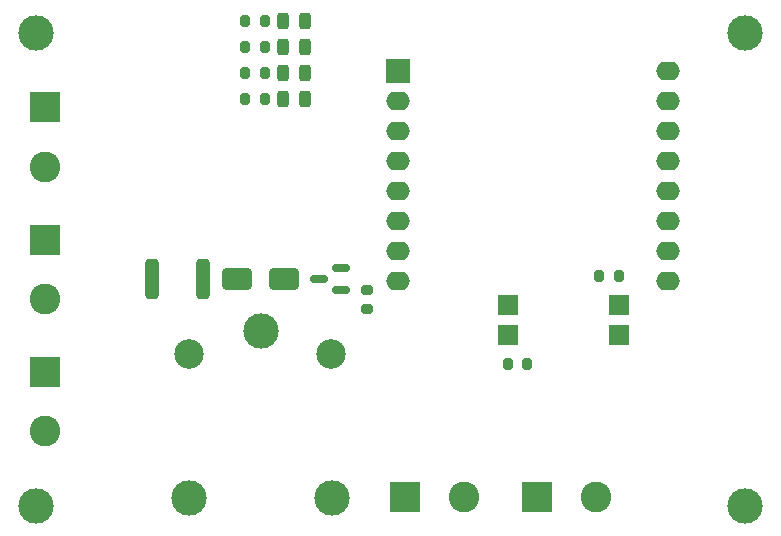
<source format=gbr>
%TF.GenerationSoftware,KiCad,Pcbnew,8.0.4-8.0.4-0~ubuntu22.04.1*%
%TF.CreationDate,2024-08-18T10:29:15-05:00*%
%TF.ProjectId,Doorbell with External ESP8266,446f6f72-6265-46c6-9c20-776974682045,v1.1*%
%TF.SameCoordinates,Original*%
%TF.FileFunction,Soldermask,Top*%
%TF.FilePolarity,Negative*%
%FSLAX46Y46*%
G04 Gerber Fmt 4.6, Leading zero omitted, Abs format (unit mm)*
G04 Created by KiCad (PCBNEW 8.0.4-8.0.4-0~ubuntu22.04.1) date 2024-08-18 10:29:15*
%MOMM*%
%LPD*%
G01*
G04 APERTURE LIST*
G04 Aperture macros list*
%AMRoundRect*
0 Rectangle with rounded corners*
0 $1 Rounding radius*
0 $2 $3 $4 $5 $6 $7 $8 $9 X,Y pos of 4 corners*
0 Add a 4 corners polygon primitive as box body*
4,1,4,$2,$3,$4,$5,$6,$7,$8,$9,$2,$3,0*
0 Add four circle primitives for the rounded corners*
1,1,$1+$1,$2,$3*
1,1,$1+$1,$4,$5*
1,1,$1+$1,$6,$7*
1,1,$1+$1,$8,$9*
0 Add four rect primitives between the rounded corners*
20,1,$1+$1,$2,$3,$4,$5,0*
20,1,$1+$1,$4,$5,$6,$7,0*
20,1,$1+$1,$6,$7,$8,$9,0*
20,1,$1+$1,$8,$9,$2,$3,0*%
G04 Aperture macros list end*
%ADD10RoundRect,0.200000X0.200000X0.275000X-0.200000X0.275000X-0.200000X-0.275000X0.200000X-0.275000X0*%
%ADD11C,3.000000*%
%ADD12RoundRect,0.243750X0.243750X0.456250X-0.243750X0.456250X-0.243750X-0.456250X0.243750X-0.456250X0*%
%ADD13RoundRect,0.250000X-0.312500X-1.450000X0.312500X-1.450000X0.312500X1.450000X-0.312500X1.450000X0*%
%ADD14R,2.600000X2.600000*%
%ADD15C,2.600000*%
%ADD16R,2.000000X2.000000*%
%ADD17O,2.000000X1.600000*%
%ADD18RoundRect,0.150000X0.587500X0.150000X-0.587500X0.150000X-0.587500X-0.150000X0.587500X-0.150000X0*%
%ADD19RoundRect,0.243750X-0.243750X-0.456250X0.243750X-0.456250X0.243750X0.456250X-0.243750X0.456250X0*%
%ADD20RoundRect,0.200000X-0.275000X0.200000X-0.275000X-0.200000X0.275000X-0.200000X0.275000X0.200000X0*%
%ADD21RoundRect,0.200000X-0.200000X-0.275000X0.200000X-0.275000X0.200000X0.275000X-0.200000X0.275000X0*%
%ADD22C,2.500000*%
%ADD23RoundRect,0.250000X-1.000000X-0.650000X1.000000X-0.650000X1.000000X0.650000X-1.000000X0.650000X0*%
%ADD24R,1.680000X1.710000*%
G04 APERTURE END LIST*
D10*
%TO.C,R101*%
X44325000Y-24000000D03*
X42675000Y-24000000D03*
%TD*%
%TO.C,R104*%
X44325000Y-30600000D03*
X42675000Y-30600000D03*
%TD*%
D11*
%TO.C,H104*%
X85000000Y-65000000D03*
%TD*%
D12*
%TO.C,D104*%
X47737500Y-30600000D03*
X45862500Y-30600000D03*
%TD*%
D13*
%TO.C,F101*%
X34825000Y-45800000D03*
X39100000Y-45800000D03*
%TD*%
D14*
%TO.C,J102*%
X25705000Y-42500000D03*
D15*
X25705000Y-47500000D03*
%TD*%
D14*
%TO.C,J105*%
X67400000Y-64300000D03*
D15*
X72400000Y-64300000D03*
%TD*%
D11*
%TO.C,H102*%
X85000000Y-25000000D03*
%TD*%
%TO.C,H101*%
X25000000Y-25000000D03*
%TD*%
D14*
%TO.C,J104*%
X56200000Y-64300000D03*
D15*
X61200000Y-64300000D03*
%TD*%
D12*
%TO.C,D101*%
X47737500Y-24000000D03*
X45862500Y-24000000D03*
%TD*%
D16*
%TO.C,U101*%
X55640000Y-28200000D03*
D17*
X55640000Y-30740000D03*
X55640000Y-33280000D03*
X55640000Y-35820000D03*
X55640000Y-38360000D03*
X55640000Y-40900000D03*
X55640000Y-43440000D03*
X55640000Y-45980000D03*
X78500000Y-45980000D03*
X78500000Y-43440000D03*
X78500000Y-40900000D03*
X78500000Y-38360000D03*
X78500000Y-35820000D03*
X78500000Y-33280000D03*
X78500000Y-30740000D03*
X78500000Y-28200000D03*
%TD*%
D14*
%TO.C,J103*%
X25705000Y-53700000D03*
D15*
X25705000Y-58700000D03*
%TD*%
D14*
%TO.C,J101*%
X25705000Y-31300000D03*
D15*
X25705000Y-36300000D03*
%TD*%
D18*
%TO.C,Q101*%
X50825000Y-46750000D03*
X50825000Y-44850000D03*
X48950000Y-45800000D03*
%TD*%
D19*
%TO.C,D102*%
X45862500Y-28400000D03*
X47737500Y-28400000D03*
%TD*%
D20*
%TO.C,R105*%
X53000000Y-46750000D03*
X53000000Y-48400000D03*
%TD*%
D21*
%TO.C,R102*%
X42675000Y-28400000D03*
X44325000Y-28400000D03*
%TD*%
D11*
%TO.C,K101*%
X44000000Y-50200000D03*
D22*
X37950000Y-52150000D03*
D11*
X37950000Y-64350000D03*
X50000000Y-64400000D03*
D22*
X49950000Y-52150000D03*
%TD*%
D12*
%TO.C,D103*%
X47737500Y-26200000D03*
X45862500Y-26200000D03*
%TD*%
D10*
%TO.C,R106*%
X66550000Y-53000000D03*
X64900000Y-53000000D03*
%TD*%
D11*
%TO.C,H103*%
X25000000Y-65000000D03*
%TD*%
D10*
%TO.C,R103*%
X44325000Y-26200000D03*
X42675000Y-26200000D03*
%TD*%
D23*
%TO.C,D105*%
X42000000Y-45800000D03*
X46000000Y-45800000D03*
%TD*%
D21*
%TO.C,R107*%
X72650000Y-45600000D03*
X74300000Y-45600000D03*
%TD*%
D24*
%TO.C,U103*%
X64907500Y-48040000D03*
X64907500Y-50580000D03*
X74297500Y-50580000D03*
X74297500Y-48040000D03*
%TD*%
M02*

</source>
